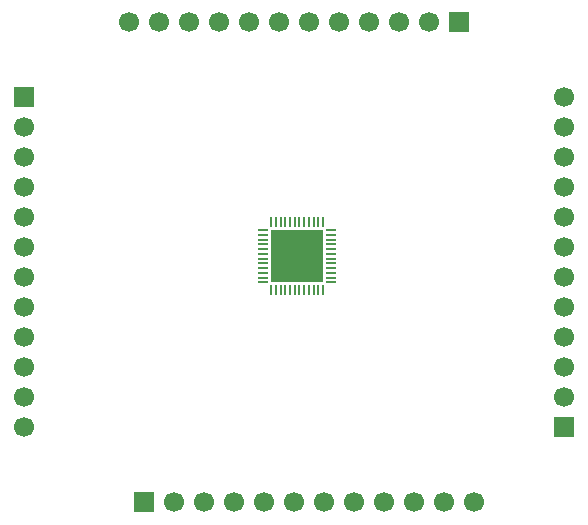
<source format=gbr>
%TF.GenerationSoftware,KiCad,Pcbnew,9.0.1*%
%TF.CreationDate,2025-08-21T20:12:05-04:00*%
%TF.ProjectId,STM32WL33CC1,53544d33-3257-44c3-9333-4343312e6b69,rev?*%
%TF.SameCoordinates,Original*%
%TF.FileFunction,Soldermask,Top*%
%TF.FilePolarity,Negative*%
%FSLAX46Y46*%
G04 Gerber Fmt 4.6, Leading zero omitted, Abs format (unit mm)*
G04 Created by KiCad (PCBNEW 9.0.1) date 2025-08-21 20:12:05*
%MOMM*%
%LPD*%
G01*
G04 APERTURE LIST*
%ADD10C,1.700000*%
%ADD11R,1.700000X1.700000*%
%ADD12R,0.863600X0.203200*%
%ADD13R,0.203200X0.863600*%
%ADD14R,4.495800X4.495800*%
G04 APERTURE END LIST*
D10*
%TO.C,J2*%
X163830000Y-97790000D03*
X161290000Y-97790000D03*
X158750000Y-97790000D03*
X156210000Y-97790000D03*
X153670000Y-97790000D03*
X151130000Y-97790000D03*
X148590000Y-97790000D03*
X146050000Y-97790000D03*
X143510000Y-97790000D03*
X140970000Y-97790000D03*
X138430000Y-97790000D03*
D11*
X135890000Y-97790000D03*
%TD*%
D12*
%TO.C,U1*%
X145974800Y-74744999D03*
X145974800Y-75145001D03*
X145974800Y-75545000D03*
X145974800Y-75944999D03*
X145974800Y-76345001D03*
X145974800Y-76745000D03*
X145974800Y-77145000D03*
X145974800Y-77544999D03*
X145974800Y-77945001D03*
X145974800Y-78345000D03*
X145974800Y-78744999D03*
X145974800Y-79145001D03*
D13*
X146644999Y-79815200D03*
X147045001Y-79815200D03*
X147445000Y-79815200D03*
X147844999Y-79815200D03*
X148245001Y-79815200D03*
X148645000Y-79815200D03*
X149045000Y-79815200D03*
X149444999Y-79815200D03*
X149845001Y-79815200D03*
X150245000Y-79815200D03*
X150644999Y-79815200D03*
X151045001Y-79815200D03*
D12*
X151715200Y-79145001D03*
X151715200Y-78744999D03*
X151715200Y-78345000D03*
X151715200Y-77945001D03*
X151715200Y-77544999D03*
X151715200Y-77145000D03*
X151715200Y-76745000D03*
X151715200Y-76345001D03*
X151715200Y-75944999D03*
X151715200Y-75545000D03*
X151715200Y-75145001D03*
X151715200Y-74744999D03*
D13*
X151045001Y-74074800D03*
X150644999Y-74074800D03*
X150245000Y-74074800D03*
X149845001Y-74074800D03*
X149444999Y-74074800D03*
X149045000Y-74074800D03*
X148645000Y-74074800D03*
X148245001Y-74074800D03*
X147844999Y-74074800D03*
X147445000Y-74074800D03*
X147045001Y-74074800D03*
X146644999Y-74074800D03*
D14*
X148845000Y-76945000D03*
%TD*%
D11*
%TO.C,J4*%
X162560000Y-57150000D03*
D10*
X160020000Y-57150000D03*
X157480000Y-57150000D03*
X154940000Y-57150000D03*
X152400000Y-57150000D03*
X149860000Y-57150000D03*
X147320000Y-57150000D03*
X144780000Y-57150000D03*
X142240000Y-57150000D03*
X139700000Y-57150000D03*
X137160000Y-57150000D03*
X134620000Y-57150000D03*
%TD*%
D11*
%TO.C,J3*%
X171450000Y-91440000D03*
D10*
X171450000Y-88900000D03*
X171450000Y-86360000D03*
X171450000Y-83820000D03*
X171450000Y-81280000D03*
X171450000Y-78740000D03*
X171450000Y-76200000D03*
X171450000Y-73660000D03*
X171450000Y-71120000D03*
X171450000Y-68580000D03*
X171450000Y-66040000D03*
X171450000Y-63500000D03*
%TD*%
D11*
%TO.C,J1*%
X125730000Y-63500000D03*
D10*
X125730000Y-66040000D03*
X125730000Y-68580000D03*
X125730000Y-71120000D03*
X125730000Y-73660000D03*
X125730000Y-76200000D03*
X125730000Y-78740000D03*
X125730000Y-81280000D03*
X125730000Y-83820000D03*
X125730000Y-86360000D03*
X125730000Y-88900000D03*
X125730000Y-91440000D03*
%TD*%
M02*

</source>
